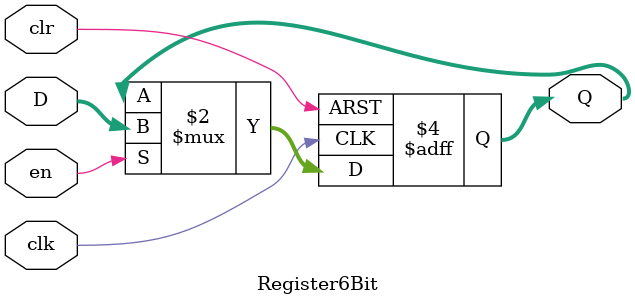
<source format=v>
module Register6Bit(
	input [5:0] D,
	input clk,
	input en,
	input clr,
	output reg [5:0] Q
);
	
	initial begin
		Q <= 6'h000;
	end
	
	always @(posedge clk or posedge clr)
	begin
		if(clr) begin
			Q <= 6'h000;
		end
		else begin
			Q <= en ? D: Q;
		end
	end

endmodule
</source>
